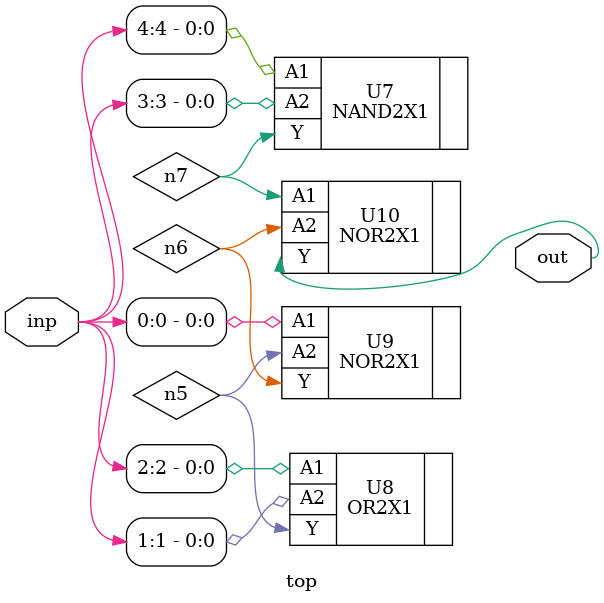
<source format=sv>


module top ( inp, out );
  input [4:0] inp;
  output out;
  wire   n5, n6, n7;

  NAND2X1 U7 ( .A1(inp[4]), .A2(inp[3]), .Y(n7) );
  OR2X1 U8 ( .A1(inp[2]), .A2(inp[1]), .Y(n5) );
  NOR2X1 U9 ( .A1(inp[0]), .A2(n5), .Y(n6) );
  NOR2X1 U10 ( .A1(n7), .A2(n6), .Y(out) );
endmodule


</source>
